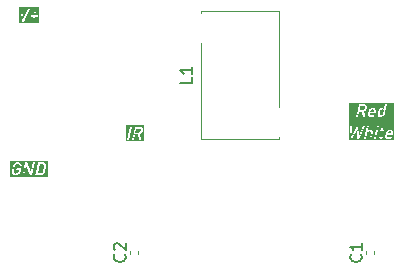
<source format=gbr>
%TF.GenerationSoftware,KiCad,Pcbnew,8.0.2*%
%TF.CreationDate,2025-01-11T01:21:35-03:00*%
%TF.ProjectId,LED,4c45442e-6b69-4636-9164-5f7063625858,rev?*%
%TF.SameCoordinates,Original*%
%TF.FileFunction,Legend,Top*%
%TF.FilePolarity,Positive*%
%FSLAX46Y46*%
G04 Gerber Fmt 4.6, Leading zero omitted, Abs format (unit mm)*
G04 Created by KiCad (PCBNEW 8.0.2) date 2025-01-11 01:21:35*
%MOMM*%
%LPD*%
G01*
G04 APERTURE LIST*
%ADD10C,0.100000*%
%ADD11C,0.150000*%
%ADD12C,0.120000*%
G04 APERTURE END LIST*
D10*
G36*
X150523237Y-97518645D02*
G01*
X150565007Y-97555121D01*
X150571808Y-97567211D01*
X150584449Y-97620924D01*
X150578978Y-97678171D01*
X150571853Y-97705927D01*
X150548315Y-97758809D01*
X150513692Y-97801758D01*
X150501144Y-97812651D01*
X150453195Y-97839341D01*
X150398971Y-97848237D01*
X150118731Y-97848237D01*
X150189425Y-97508373D01*
X150469631Y-97508373D01*
X150523237Y-97518645D01*
G37*
G36*
X150868755Y-98578722D02*
G01*
X149296651Y-98578722D01*
X149296651Y-98456500D01*
X149418873Y-98456500D01*
X149568790Y-98456500D01*
X149842293Y-98456500D01*
X149992209Y-98456500D01*
X150088386Y-97994123D01*
X150311659Y-97994123D01*
X150443839Y-98456500D01*
X150621965Y-98456500D01*
X150474646Y-97977714D01*
X150483792Y-97975456D01*
X150533842Y-97954629D01*
X150538671Y-97952130D01*
X150584397Y-97923763D01*
X150629302Y-97885467D01*
X150665220Y-97844207D01*
X150671836Y-97835215D01*
X150700886Y-97787485D01*
X150723219Y-97735137D01*
X150738835Y-97678171D01*
X150746533Y-97626477D01*
X150746475Y-97568605D01*
X150734536Y-97512135D01*
X150724247Y-97486733D01*
X150692881Y-97439213D01*
X150649100Y-97401981D01*
X150603056Y-97379496D01*
X150549519Y-97366344D01*
X150494348Y-97362487D01*
X150219770Y-97362487D01*
X150069854Y-97362487D01*
X149968815Y-97848237D01*
X149842293Y-98456500D01*
X149568790Y-98456500D01*
X149796082Y-97363293D01*
X149646166Y-97363293D01*
X149418873Y-98456500D01*
X149296651Y-98456500D01*
X149296651Y-97240265D01*
X150868755Y-97240265D01*
X150868755Y-98578722D01*
G37*
G36*
X141987330Y-88578722D02*
G01*
X140268441Y-88578722D01*
X140268441Y-87363293D01*
X140390663Y-87363293D01*
X140512100Y-88456500D01*
X140654762Y-88456500D01*
X140881725Y-88025557D01*
X141237501Y-88025557D01*
X141461468Y-88025557D01*
X141413210Y-88257954D01*
X141563126Y-88257954D01*
X141611384Y-88025557D01*
X141834748Y-88025557D01*
X141865108Y-87879671D01*
X141641679Y-87879671D01*
X141689937Y-87647274D01*
X141540021Y-87647274D01*
X141491763Y-87879671D01*
X141267861Y-87879671D01*
X141237501Y-88025557D01*
X140881725Y-88025557D01*
X141230516Y-87363293D01*
X141067435Y-87363293D01*
X140632463Y-88220341D01*
X140554012Y-87363293D01*
X140390663Y-87363293D01*
X140268441Y-87363293D01*
X140268441Y-87241071D01*
X141987330Y-87241071D01*
X141987330Y-88578722D01*
G37*
G36*
X142211194Y-100509156D02*
G01*
X142270258Y-100516339D01*
X142323572Y-100535986D01*
X142367247Y-100571779D01*
X142376354Y-100584017D01*
X142398351Y-100636610D01*
X142402812Y-100694946D01*
X142395726Y-100748830D01*
X142328827Y-101070693D01*
X142320030Y-101105200D01*
X142297517Y-101160966D01*
X142266418Y-101208570D01*
X142226734Y-101248014D01*
X142195999Y-101269288D01*
X142144583Y-101292946D01*
X142086792Y-101306701D01*
X142030070Y-101310613D01*
X141836602Y-101310613D01*
X142003286Y-100508911D01*
X142196643Y-100508911D01*
X142211194Y-100509156D01*
G37*
G36*
X142681918Y-101590006D02*
G01*
X139521018Y-101590006D01*
X139521018Y-101172123D01*
X139643240Y-101172123D01*
X139645989Y-101228415D01*
X139658814Y-101285627D01*
X139660672Y-101291013D01*
X139684222Y-101340685D01*
X139720552Y-101386536D01*
X139763056Y-101420229D01*
X139787587Y-101433929D01*
X139842275Y-101454362D01*
X139897910Y-101464811D01*
X139952467Y-101467784D01*
X139994313Y-101465998D01*
X140048021Y-101458064D01*
X140053474Y-101456500D01*
X141656354Y-101456500D01*
X141757910Y-101456500D01*
X141994606Y-101456500D01*
X142002671Y-101456454D01*
X142057558Y-101453611D01*
X142116916Y-101444947D01*
X142172681Y-101430506D01*
X142224853Y-101410289D01*
X142267365Y-101388092D01*
X142311825Y-101357875D01*
X142356584Y-101317699D01*
X142391696Y-101276493D01*
X142395787Y-101270983D01*
X142425685Y-101224335D01*
X142450545Y-101173121D01*
X142470367Y-101117339D01*
X142483580Y-101064783D01*
X142548060Y-100755010D01*
X142550357Y-100743438D01*
X142558223Y-100688036D01*
X142559696Y-100626956D01*
X142552480Y-100571770D01*
X142533078Y-100514836D01*
X142501849Y-100465924D01*
X142496436Y-100459610D01*
X142452565Y-100421023D01*
X142398230Y-100392258D01*
X142343327Y-100375420D01*
X142280736Y-100365799D01*
X142222704Y-100363293D01*
X142033562Y-100363293D01*
X141883646Y-100363293D01*
X141686686Y-101310613D01*
X141656354Y-101456500D01*
X140053474Y-101456500D01*
X140056287Y-101455693D01*
X140578730Y-101455693D01*
X140727303Y-101455693D01*
X140894411Y-100651593D01*
X141231054Y-101455693D01*
X141368611Y-101455693D01*
X141595635Y-100363293D01*
X141447062Y-100363293D01*
X141277343Y-101179667D01*
X140941968Y-100363293D01*
X140805753Y-100363293D01*
X140578730Y-101455693D01*
X140056287Y-101455693D01*
X140105593Y-101441551D01*
X140160146Y-101417005D01*
X140200145Y-101392810D01*
X140247530Y-101355884D01*
X140285832Y-101317565D01*
X140320541Y-101274075D01*
X140324616Y-101268285D01*
X140354400Y-101219773D01*
X140379180Y-101167366D01*
X140398957Y-101111064D01*
X140412156Y-101058603D01*
X140451919Y-100867850D01*
X140081158Y-100867850D01*
X140050530Y-101014273D01*
X140267613Y-101014273D01*
X140257673Y-101061827D01*
X140246565Y-101105295D01*
X140226348Y-101157433D01*
X140196217Y-101208140D01*
X140158266Y-101250432D01*
X140144085Y-101262531D01*
X140093542Y-101294268D01*
X140037962Y-101312780D01*
X139983632Y-101318136D01*
X139925496Y-101311865D01*
X139873486Y-101290482D01*
X139833984Y-101253924D01*
X139828214Y-101245700D01*
X139806309Y-101194573D01*
X139800831Y-101139444D01*
X139807655Y-101082784D01*
X139874822Y-100760114D01*
X139885675Y-100717994D01*
X139905699Y-100666830D01*
X139935813Y-100616095D01*
X139973960Y-100572585D01*
X139993153Y-100555898D01*
X140039161Y-100526487D01*
X140094868Y-100507020D01*
X140149131Y-100501388D01*
X140165780Y-100502093D01*
X140219688Y-100515669D01*
X140266807Y-100546524D01*
X140288972Y-100571594D01*
X140312384Y-100623005D01*
X140320003Y-100676827D01*
X140482547Y-100676827D01*
X140482626Y-100670740D01*
X140479237Y-100612546D01*
X140468238Y-100559232D01*
X140447352Y-100506224D01*
X140426966Y-100471717D01*
X140388958Y-100427576D01*
X140342034Y-100392578D01*
X140292134Y-100369480D01*
X140236265Y-100355971D01*
X140180296Y-100352009D01*
X140138441Y-100353794D01*
X140084691Y-100361728D01*
X140027032Y-100378241D01*
X139972348Y-100402787D01*
X139932454Y-100426865D01*
X139885166Y-100463640D01*
X139846914Y-100501824D01*
X139812222Y-100545181D01*
X139808164Y-100550938D01*
X139778514Y-100599222D01*
X139753868Y-100651469D01*
X139734226Y-100707680D01*
X139721144Y-100760114D01*
X139653977Y-101082784D01*
X139647791Y-101118268D01*
X139643240Y-101172123D01*
X139521018Y-101172123D01*
X139521018Y-100229787D01*
X142681918Y-100229787D01*
X142681918Y-101590006D01*
G37*
G36*
X171670064Y-97727153D02*
G01*
X171725716Y-97740467D01*
X171765949Y-97780566D01*
X171780815Y-97817880D01*
X171787364Y-97873393D01*
X171783413Y-97928601D01*
X171445597Y-97928601D01*
X171460742Y-97879564D01*
X171485929Y-97829105D01*
X171521999Y-97784327D01*
X171557266Y-97756664D01*
X171610569Y-97733863D01*
X171665736Y-97727101D01*
X171670064Y-97727153D01*
G37*
G36*
X171047734Y-95879761D02*
G01*
X171099655Y-95896833D01*
X171110148Y-95904289D01*
X171139686Y-95950566D01*
X171144611Y-95981557D01*
X171139761Y-96034637D01*
X171095730Y-96246412D01*
X171095893Y-96245294D01*
X171084941Y-96283809D01*
X171060161Y-96331805D01*
X171041522Y-96354588D01*
X170997830Y-96387151D01*
X170968348Y-96398775D01*
X170912662Y-96406226D01*
X170903529Y-96406045D01*
X170849055Y-96394673D01*
X170807076Y-96360015D01*
X170795781Y-96337934D01*
X170787230Y-96282586D01*
X170793643Y-96228637D01*
X170829107Y-96058839D01*
X170838433Y-96023182D01*
X170861719Y-95970609D01*
X170897348Y-95925849D01*
X170917130Y-95909688D01*
X170965758Y-95886143D01*
X171022279Y-95878295D01*
X171047734Y-95879761D01*
G37*
G36*
X170216574Y-95879153D02*
G01*
X170272227Y-95892467D01*
X170312460Y-95932566D01*
X170327326Y-95969880D01*
X170333875Y-96025393D01*
X170329923Y-96080601D01*
X169992108Y-96080601D01*
X170007253Y-96031564D01*
X170032440Y-95981105D01*
X170068510Y-95936327D01*
X170103777Y-95908664D01*
X170157080Y-95885863D01*
X170212247Y-95879101D01*
X170216574Y-95879153D01*
G37*
G36*
X169499077Y-95594645D02*
G01*
X169540848Y-95631121D01*
X169547649Y-95643211D01*
X169560290Y-95696924D01*
X169554819Y-95754171D01*
X169547694Y-95781927D01*
X169524156Y-95834809D01*
X169489533Y-95877758D01*
X169476985Y-95888651D01*
X169429035Y-95915341D01*
X169374812Y-95924237D01*
X169094572Y-95924237D01*
X169165266Y-95584373D01*
X169445471Y-95584373D01*
X169499077Y-95594645D01*
G37*
G36*
X172050039Y-98514006D02*
G01*
X168188937Y-98514006D01*
X168188937Y-97287293D01*
X168311159Y-97287293D01*
X168345011Y-98380500D01*
X168498151Y-98380500D01*
X168862732Y-97616410D01*
X168900883Y-98380500D01*
X169054023Y-98380500D01*
X169483085Y-98380500D01*
X169633270Y-98380500D01*
X169736469Y-97884142D01*
X169740652Y-97866913D01*
X169763602Y-97814159D01*
X169799306Y-97773849D01*
X169815035Y-97762549D01*
X169865637Y-97741097D01*
X169921281Y-97734624D01*
X169930678Y-97734800D01*
X169986701Y-97745908D01*
X170029822Y-97779760D01*
X170040174Y-97798008D01*
X170050812Y-97850873D01*
X170044868Y-97907645D01*
X169946535Y-98380500D01*
X170096452Y-98380500D01*
X170342819Y-98380500D01*
X170493004Y-98380500D01*
X170525424Y-98224572D01*
X170783585Y-98224572D01*
X170784401Y-98279909D01*
X170801166Y-98331065D01*
X170820678Y-98354338D01*
X170869145Y-98377975D01*
X170926364Y-98384261D01*
X171013144Y-98384261D01*
X171043503Y-98238375D01*
X170971232Y-98238375D01*
X170942216Y-98222523D01*
X170940335Y-98178999D01*
X170950424Y-98130493D01*
X171267391Y-98130493D01*
X171269788Y-98190753D01*
X171284649Y-98250649D01*
X171312439Y-98300974D01*
X171326085Y-98317203D01*
X171370302Y-98352675D01*
X171425904Y-98376796D01*
X171483894Y-98388591D01*
X171540538Y-98391784D01*
X171581162Y-98389382D01*
X171636650Y-98378709D01*
X171688842Y-98361424D01*
X171740806Y-98337415D01*
X171790674Y-98307501D01*
X171834191Y-98275182D01*
X171756546Y-98174432D01*
X171715333Y-98202862D01*
X171665199Y-98227091D01*
X171626176Y-98239267D01*
X171570897Y-98245897D01*
X171538547Y-98244074D01*
X171484671Y-98229491D01*
X171440056Y-98194045D01*
X171421197Y-98157229D01*
X171413943Y-98101413D01*
X171419903Y-98051920D01*
X171900283Y-98051920D01*
X171911029Y-98000873D01*
X171913470Y-97988734D01*
X171922833Y-97930596D01*
X171927817Y-97866460D01*
X171925981Y-97808462D01*
X171915221Y-97748558D01*
X171895178Y-97697010D01*
X171891566Y-97690349D01*
X171856492Y-97644671D01*
X171810437Y-97612528D01*
X171753400Y-97593918D01*
X171694484Y-97588737D01*
X171657026Y-97590232D01*
X171595131Y-97600039D01*
X171537890Y-97619000D01*
X171485303Y-97647115D01*
X171437369Y-97684383D01*
X171424637Y-97696614D01*
X171384239Y-97744281D01*
X171354770Y-97791155D01*
X171330061Y-97843582D01*
X171310112Y-97901564D01*
X171303432Y-97928601D01*
X171297125Y-97954125D01*
X171278856Y-98042248D01*
X171273216Y-98073009D01*
X171267391Y-98130493D01*
X170950424Y-98130493D01*
X171031983Y-97738385D01*
X171147478Y-97738385D01*
X171176225Y-97600021D01*
X171060762Y-97600021D01*
X171107983Y-97372998D01*
X170958067Y-97372998D01*
X170910828Y-97600021D01*
X170832062Y-97600021D01*
X170803315Y-97738385D01*
X170882036Y-97738385D01*
X170790688Y-98177387D01*
X170783585Y-98224572D01*
X170525424Y-98224572D01*
X170655279Y-97600021D01*
X170505094Y-97600021D01*
X170342819Y-98380500D01*
X170096452Y-98380500D01*
X170195053Y-97906839D01*
X170196937Y-97897403D01*
X170205631Y-97835122D01*
X170206458Y-97779449D01*
X170197768Y-97723915D01*
X170175708Y-97671756D01*
X170158050Y-97647839D01*
X170111988Y-97612167D01*
X170058284Y-97593926D01*
X170000806Y-97588737D01*
X169970791Y-97590563D01*
X169916071Y-97603640D01*
X169866741Y-97626888D01*
X169827601Y-97653608D01*
X169788001Y-97690030D01*
X169773042Y-97708233D01*
X169828722Y-97440433D01*
X170538140Y-97440433D01*
X170688325Y-97440433D01*
X170720297Y-97287293D01*
X170570112Y-97287293D01*
X170538140Y-97440433D01*
X169828722Y-97440433D01*
X169860562Y-97287293D01*
X169710377Y-97287293D01*
X169483085Y-98380500D01*
X169054023Y-98380500D01*
X169542460Y-97287293D01*
X169386633Y-97287293D01*
X169019365Y-98144341D01*
X168978528Y-97287293D01*
X168875360Y-97287293D01*
X168478001Y-98144341D01*
X168466986Y-97287293D01*
X168311159Y-97287293D01*
X168188937Y-97287293D01*
X168188937Y-96532500D01*
X168818133Y-96532500D01*
X168968050Y-96532500D01*
X169064227Y-96070123D01*
X169287500Y-96070123D01*
X169419679Y-96532500D01*
X169597805Y-96532500D01*
X169520880Y-96282493D01*
X169813902Y-96282493D01*
X169816299Y-96342753D01*
X169831160Y-96402649D01*
X169858950Y-96452974D01*
X169872596Y-96469203D01*
X169916813Y-96504675D01*
X169972414Y-96528796D01*
X170030405Y-96540591D01*
X170087048Y-96543784D01*
X170127673Y-96541382D01*
X170183161Y-96530709D01*
X170235353Y-96513424D01*
X170287316Y-96489415D01*
X170337185Y-96459501D01*
X170380701Y-96427182D01*
X170325418Y-96355448D01*
X170632230Y-96355448D01*
X170641159Y-96410819D01*
X170663608Y-96462915D01*
X170681558Y-96486831D01*
X170728438Y-96522503D01*
X170783148Y-96540744D01*
X170841734Y-96545933D01*
X170875968Y-96543940D01*
X170929870Y-96531252D01*
X170981441Y-96504289D01*
X170999236Y-96491007D01*
X171039180Y-96453955D01*
X171057756Y-96429054D01*
X171036249Y-96532500D01*
X171186434Y-96532500D01*
X171413727Y-95439293D01*
X171263542Y-95439293D01*
X171177740Y-95851972D01*
X171158163Y-95814834D01*
X171118461Y-95774590D01*
X171109178Y-95768108D01*
X171057803Y-95745262D01*
X171002397Y-95738319D01*
X170943626Y-95743525D01*
X170889557Y-95759141D01*
X170840189Y-95785168D01*
X170795523Y-95821606D01*
X170770369Y-95849229D01*
X170739494Y-95893542D01*
X170713684Y-95944438D01*
X170692940Y-96001915D01*
X170679191Y-96056421D01*
X170643458Y-96228637D01*
X170641574Y-96238024D01*
X170635358Y-96282586D01*
X170632929Y-96300002D01*
X170632230Y-96355448D01*
X170325418Y-96355448D01*
X170303057Y-96326432D01*
X170261844Y-96354862D01*
X170211710Y-96379091D01*
X170172687Y-96391267D01*
X170117408Y-96397897D01*
X170085057Y-96396074D01*
X170031181Y-96381491D01*
X169986567Y-96346045D01*
X169967708Y-96309229D01*
X169960454Y-96253413D01*
X169966414Y-96203920D01*
X170446794Y-96203920D01*
X170457540Y-96152873D01*
X170459981Y-96140734D01*
X170469344Y-96082596D01*
X170474328Y-96018460D01*
X170472492Y-95960462D01*
X170461732Y-95900558D01*
X170441689Y-95849010D01*
X170438077Y-95842349D01*
X170403003Y-95796671D01*
X170356948Y-95764528D01*
X170299911Y-95745918D01*
X170240995Y-95740737D01*
X170203536Y-95742232D01*
X170141641Y-95752039D01*
X170084400Y-95771000D01*
X170031813Y-95799115D01*
X169983880Y-95836383D01*
X169971148Y-95848614D01*
X169930750Y-95896281D01*
X169901281Y-95943155D01*
X169876572Y-95995582D01*
X169856623Y-96053564D01*
X169849943Y-96080601D01*
X169843636Y-96106125D01*
X169825366Y-96194248D01*
X169819727Y-96225009D01*
X169813902Y-96282493D01*
X169520880Y-96282493D01*
X169450487Y-96053714D01*
X169459633Y-96051456D01*
X169509683Y-96030629D01*
X169514512Y-96028130D01*
X169560238Y-95999763D01*
X169605142Y-95961467D01*
X169641061Y-95920207D01*
X169647677Y-95911215D01*
X169676726Y-95863485D01*
X169699059Y-95811137D01*
X169714676Y-95754171D01*
X169722374Y-95702477D01*
X169722316Y-95644605D01*
X169710377Y-95588135D01*
X169700088Y-95562733D01*
X169668722Y-95515213D01*
X169624941Y-95477981D01*
X169578896Y-95455496D01*
X169525360Y-95442344D01*
X169470189Y-95438487D01*
X169195611Y-95438487D01*
X169045694Y-95438487D01*
X168944655Y-95924237D01*
X168818133Y-96532500D01*
X168188937Y-96532500D01*
X168188937Y-95316265D01*
X172050039Y-95316265D01*
X172050039Y-98514006D01*
G37*
D11*
X154914819Y-93166666D02*
X154914819Y-93642856D01*
X154914819Y-93642856D02*
X153914819Y-93642856D01*
X154914819Y-92309523D02*
X154914819Y-92880951D01*
X154914819Y-92595237D02*
X153914819Y-92595237D01*
X153914819Y-92595237D02*
X154057676Y-92690475D01*
X154057676Y-92690475D02*
X154152914Y-92785713D01*
X154152914Y-92785713D02*
X154200533Y-92880951D01*
X149199580Y-108166666D02*
X149247200Y-108214285D01*
X149247200Y-108214285D02*
X149294819Y-108357142D01*
X149294819Y-108357142D02*
X149294819Y-108452380D01*
X149294819Y-108452380D02*
X149247200Y-108595237D01*
X149247200Y-108595237D02*
X149151961Y-108690475D01*
X149151961Y-108690475D02*
X149056723Y-108738094D01*
X149056723Y-108738094D02*
X148866247Y-108785713D01*
X148866247Y-108785713D02*
X148723390Y-108785713D01*
X148723390Y-108785713D02*
X148532914Y-108738094D01*
X148532914Y-108738094D02*
X148437676Y-108690475D01*
X148437676Y-108690475D02*
X148342438Y-108595237D01*
X148342438Y-108595237D02*
X148294819Y-108452380D01*
X148294819Y-108452380D02*
X148294819Y-108357142D01*
X148294819Y-108357142D02*
X148342438Y-108214285D01*
X148342438Y-108214285D02*
X148390057Y-108166666D01*
X148390057Y-107785713D02*
X148342438Y-107738094D01*
X148342438Y-107738094D02*
X148294819Y-107642856D01*
X148294819Y-107642856D02*
X148294819Y-107404761D01*
X148294819Y-107404761D02*
X148342438Y-107309523D01*
X148342438Y-107309523D02*
X148390057Y-107261904D01*
X148390057Y-107261904D02*
X148485295Y-107214285D01*
X148485295Y-107214285D02*
X148580533Y-107214285D01*
X148580533Y-107214285D02*
X148723390Y-107261904D01*
X148723390Y-107261904D02*
X149294819Y-107833332D01*
X149294819Y-107833332D02*
X149294819Y-107214285D01*
X169199580Y-108166666D02*
X169247200Y-108214285D01*
X169247200Y-108214285D02*
X169294819Y-108357142D01*
X169294819Y-108357142D02*
X169294819Y-108452380D01*
X169294819Y-108452380D02*
X169247200Y-108595237D01*
X169247200Y-108595237D02*
X169151961Y-108690475D01*
X169151961Y-108690475D02*
X169056723Y-108738094D01*
X169056723Y-108738094D02*
X168866247Y-108785713D01*
X168866247Y-108785713D02*
X168723390Y-108785713D01*
X168723390Y-108785713D02*
X168532914Y-108738094D01*
X168532914Y-108738094D02*
X168437676Y-108690475D01*
X168437676Y-108690475D02*
X168342438Y-108595237D01*
X168342438Y-108595237D02*
X168294819Y-108452380D01*
X168294819Y-108452380D02*
X168294819Y-108357142D01*
X168294819Y-108357142D02*
X168342438Y-108214285D01*
X168342438Y-108214285D02*
X168390057Y-108166666D01*
X169294819Y-107214285D02*
X169294819Y-107785713D01*
X169294819Y-107499999D02*
X168294819Y-107499999D01*
X168294819Y-107499999D02*
X168437676Y-107595237D01*
X168437676Y-107595237D02*
X168532914Y-107690475D01*
X168532914Y-107690475D02*
X168580533Y-107785713D01*
D12*
%TO.C,L1*%
X155700000Y-98400000D02*
X162300000Y-98400000D01*
X162300000Y-98400000D02*
X162300000Y-98260000D01*
X162300000Y-95700000D02*
X162300000Y-87600000D01*
X155700000Y-90300000D02*
X155700000Y-98400000D01*
X155700000Y-87600000D02*
X155700000Y-87740000D01*
X162300000Y-87600000D02*
X155700000Y-87600000D01*
%TO.C,C2*%
X149640000Y-108115835D02*
X149640000Y-107884165D01*
X150360000Y-108115835D02*
X150360000Y-107884165D01*
%TO.C,C1*%
X169640000Y-108115835D02*
X169640000Y-107884165D01*
X170360000Y-108115835D02*
X170360000Y-107884165D01*
%TD*%
M02*

</source>
